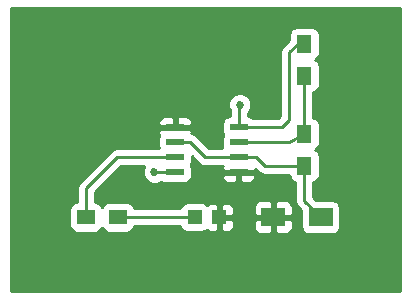
<source format=gtl>
G04 #@! TF.FileFunction,Copper,L1,Top,Signal*
%FSLAX46Y46*%
G04 Gerber Fmt 4.6, Leading zero omitted, Abs format (unit mm)*
G04 Created by KiCad (PCBNEW 4.0.2-stable) date 2016 May 29, Sunday 21:59:10*
%MOMM*%
G01*
G04 APERTURE LIST*
%ADD10C,0.100000*%
%ADD11R,2.000000X1.600000*%
%ADD12R,1.198880X1.198880*%
%ADD13R,1.300000X1.500000*%
%ADD14R,1.500000X1.300000*%
%ADD15R,1.550000X0.600000*%
%ADD16C,0.685800*%
%ADD17C,0.254000*%
G04 APERTURE END LIST*
D10*
D11*
X115030000Y-98425000D03*
X111030000Y-98425000D03*
D12*
X104360980Y-98425000D03*
X106459020Y-98425000D03*
D13*
X113665000Y-83740000D03*
X113665000Y-86440000D03*
X113665000Y-91360000D03*
X113665000Y-94060000D03*
D14*
X95170000Y-98425000D03*
X97870000Y-98425000D03*
D15*
X102710000Y-90805000D03*
X102710000Y-92075000D03*
X102710000Y-93345000D03*
X102710000Y-94615000D03*
X108110000Y-94615000D03*
X108110000Y-93345000D03*
X108110000Y-92075000D03*
X108110000Y-90805000D03*
D16*
X105410000Y-96520000D03*
X108204000Y-88900000D03*
X100965000Y-94615000D03*
D17*
X110316000Y-94060000D02*
X113665000Y-94060000D01*
X109601000Y-93345000D02*
X110316000Y-94060000D01*
X108110000Y-93345000D02*
X109601000Y-93345000D01*
X102710000Y-92075000D02*
X104013000Y-92075000D01*
X105283000Y-93345000D02*
X108110000Y-93345000D01*
X104013000Y-92075000D02*
X105283000Y-93345000D01*
X113665000Y-97060000D02*
X115030000Y-98425000D01*
X113665000Y-94060000D02*
X113665000Y-97060000D01*
X104360980Y-98425000D02*
X97870000Y-98425000D01*
X108110000Y-90805000D02*
X108110000Y-88994000D01*
X108110000Y-88994000D02*
X108204000Y-88900000D01*
X102710000Y-94615000D02*
X100965000Y-94615000D01*
X113110000Y-83740000D02*
X113665000Y-83740000D01*
X112395000Y-84455000D02*
X113110000Y-83740000D01*
X112395000Y-90170000D02*
X112395000Y-84455000D01*
X111760000Y-90805000D02*
X112395000Y-90170000D01*
X108110000Y-90805000D02*
X111760000Y-90805000D01*
X113665000Y-86440000D02*
X113665000Y-91360000D01*
X113665000Y-91360000D02*
X112395000Y-92075000D01*
X112395000Y-92075000D02*
X108110000Y-92075000D01*
X102710000Y-93345000D02*
X97790000Y-93345000D01*
X95170000Y-95965000D02*
X95170000Y-98425000D01*
X97790000Y-93345000D02*
X95170000Y-95965000D01*
G36*
X121718000Y-104700000D02*
X88848000Y-104700000D01*
X88848000Y-97775000D01*
X93772560Y-97775000D01*
X93772560Y-99075000D01*
X93816838Y-99310317D01*
X93955910Y-99526441D01*
X94168110Y-99671431D01*
X94420000Y-99722440D01*
X95920000Y-99722440D01*
X96155317Y-99678162D01*
X96371441Y-99539090D01*
X96516431Y-99326890D01*
X96519081Y-99313803D01*
X96655910Y-99526441D01*
X96868110Y-99671431D01*
X97120000Y-99722440D01*
X98620000Y-99722440D01*
X98855317Y-99678162D01*
X99071441Y-99539090D01*
X99216431Y-99326890D01*
X99244759Y-99187000D01*
X103144688Y-99187000D01*
X103158378Y-99259757D01*
X103297450Y-99475881D01*
X103509650Y-99620871D01*
X103761540Y-99671880D01*
X104960420Y-99671880D01*
X105195737Y-99627602D01*
X105411861Y-99488530D01*
X105417456Y-99480341D01*
X105499882Y-99562767D01*
X105733271Y-99659440D01*
X106173270Y-99659440D01*
X106332020Y-99500690D01*
X106332020Y-98552000D01*
X106586020Y-98552000D01*
X106586020Y-99500690D01*
X106744770Y-99659440D01*
X107184769Y-99659440D01*
X107418158Y-99562767D01*
X107596787Y-99384139D01*
X107693460Y-99150750D01*
X107693460Y-98710750D01*
X109395000Y-98710750D01*
X109395000Y-99351310D01*
X109491673Y-99584699D01*
X109670302Y-99763327D01*
X109903691Y-99860000D01*
X110744250Y-99860000D01*
X110903000Y-99701250D01*
X110903000Y-98552000D01*
X111157000Y-98552000D01*
X111157000Y-99701250D01*
X111315750Y-99860000D01*
X112156309Y-99860000D01*
X112389698Y-99763327D01*
X112568327Y-99584699D01*
X112665000Y-99351310D01*
X112665000Y-98710750D01*
X112506250Y-98552000D01*
X111157000Y-98552000D01*
X110903000Y-98552000D01*
X109553750Y-98552000D01*
X109395000Y-98710750D01*
X107693460Y-98710750D01*
X107534710Y-98552000D01*
X106586020Y-98552000D01*
X106332020Y-98552000D01*
X106312020Y-98552000D01*
X106312020Y-98298000D01*
X106332020Y-98298000D01*
X106332020Y-97349310D01*
X106586020Y-97349310D01*
X106586020Y-98298000D01*
X107534710Y-98298000D01*
X107693460Y-98139250D01*
X107693460Y-97699250D01*
X107610386Y-97498690D01*
X109395000Y-97498690D01*
X109395000Y-98139250D01*
X109553750Y-98298000D01*
X110903000Y-98298000D01*
X110903000Y-97148750D01*
X111157000Y-97148750D01*
X111157000Y-98298000D01*
X112506250Y-98298000D01*
X112665000Y-98139250D01*
X112665000Y-97498690D01*
X112568327Y-97265301D01*
X112389698Y-97086673D01*
X112156309Y-96990000D01*
X111315750Y-96990000D01*
X111157000Y-97148750D01*
X110903000Y-97148750D01*
X110744250Y-96990000D01*
X109903691Y-96990000D01*
X109670302Y-97086673D01*
X109491673Y-97265301D01*
X109395000Y-97498690D01*
X107610386Y-97498690D01*
X107596787Y-97465861D01*
X107418158Y-97287233D01*
X107184769Y-97190560D01*
X106744770Y-97190560D01*
X106586020Y-97349310D01*
X106332020Y-97349310D01*
X106173270Y-97190560D01*
X105733271Y-97190560D01*
X105499882Y-97287233D01*
X105417669Y-97369445D01*
X105212310Y-97229129D01*
X104960420Y-97178120D01*
X103761540Y-97178120D01*
X103526223Y-97222398D01*
X103310099Y-97361470D01*
X103165109Y-97573670D01*
X103147019Y-97663000D01*
X99246366Y-97663000D01*
X99223162Y-97539683D01*
X99084090Y-97323559D01*
X98871890Y-97178569D01*
X98620000Y-97127560D01*
X97120000Y-97127560D01*
X96884683Y-97171838D01*
X96668559Y-97310910D01*
X96523569Y-97523110D01*
X96520919Y-97536197D01*
X96384090Y-97323559D01*
X96171890Y-97178569D01*
X95932000Y-97129990D01*
X95932000Y-96280630D01*
X98105631Y-94107000D01*
X100117085Y-94107000D01*
X99987270Y-94419630D01*
X99986931Y-94808663D01*
X100135493Y-95168212D01*
X100410341Y-95443540D01*
X100769630Y-95592730D01*
X101158663Y-95593069D01*
X101518212Y-95444507D01*
X101545417Y-95417349D01*
X101683110Y-95511431D01*
X101935000Y-95562440D01*
X103485000Y-95562440D01*
X103720317Y-95518162D01*
X103936441Y-95379090D01*
X104081431Y-95166890D01*
X104132440Y-94915000D01*
X104132440Y-94900750D01*
X106700000Y-94900750D01*
X106700000Y-95041310D01*
X106796673Y-95274699D01*
X106975302Y-95453327D01*
X107208691Y-95550000D01*
X107824250Y-95550000D01*
X107983000Y-95391250D01*
X107983000Y-94742000D01*
X108237000Y-94742000D01*
X108237000Y-95391250D01*
X108395750Y-95550000D01*
X109011309Y-95550000D01*
X109244698Y-95453327D01*
X109423327Y-95274699D01*
X109520000Y-95041310D01*
X109520000Y-94900750D01*
X109361250Y-94742000D01*
X108237000Y-94742000D01*
X107983000Y-94742000D01*
X106858750Y-94742000D01*
X106700000Y-94900750D01*
X104132440Y-94900750D01*
X104132440Y-94315000D01*
X104088162Y-94079683D01*
X104024322Y-93980472D01*
X104081431Y-93896890D01*
X104132440Y-93645000D01*
X104132440Y-93272071D01*
X104744184Y-93883815D01*
X104991395Y-94048996D01*
X105283000Y-94107000D01*
X106733837Y-94107000D01*
X106700000Y-94188690D01*
X106700000Y-94329250D01*
X106858750Y-94488000D01*
X107983000Y-94488000D01*
X107983000Y-94468000D01*
X108237000Y-94468000D01*
X108237000Y-94488000D01*
X109361250Y-94488000D01*
X109513810Y-94335440D01*
X109777185Y-94598816D01*
X109925377Y-94697834D01*
X110024395Y-94763996D01*
X110316000Y-94822000D01*
X112369818Y-94822000D01*
X112411838Y-95045317D01*
X112550910Y-95261441D01*
X112763110Y-95406431D01*
X112903000Y-95434759D01*
X112903000Y-97060000D01*
X112961004Y-97351605D01*
X113086674Y-97539683D01*
X113126185Y-97598815D01*
X113382560Y-97855190D01*
X113382560Y-99225000D01*
X113426838Y-99460317D01*
X113565910Y-99676441D01*
X113778110Y-99821431D01*
X114030000Y-99872440D01*
X116030000Y-99872440D01*
X116265317Y-99828162D01*
X116481441Y-99689090D01*
X116626431Y-99476890D01*
X116677440Y-99225000D01*
X116677440Y-97625000D01*
X116633162Y-97389683D01*
X116494090Y-97173559D01*
X116281890Y-97028569D01*
X116030000Y-96977560D01*
X114660190Y-96977560D01*
X114427000Y-96744370D01*
X114427000Y-95436366D01*
X114550317Y-95413162D01*
X114766441Y-95274090D01*
X114911431Y-95061890D01*
X114962440Y-94810000D01*
X114962440Y-93310000D01*
X114918162Y-93074683D01*
X114779090Y-92858559D01*
X114566890Y-92713569D01*
X114553803Y-92710919D01*
X114766441Y-92574090D01*
X114911431Y-92361890D01*
X114962440Y-92110000D01*
X114962440Y-90610000D01*
X114918162Y-90374683D01*
X114779090Y-90158559D01*
X114566890Y-90013569D01*
X114427000Y-89985241D01*
X114427000Y-87816366D01*
X114550317Y-87793162D01*
X114766441Y-87654090D01*
X114911431Y-87441890D01*
X114962440Y-87190000D01*
X114962440Y-85690000D01*
X114918162Y-85454683D01*
X114779090Y-85238559D01*
X114566890Y-85093569D01*
X114553803Y-85090919D01*
X114766441Y-84954090D01*
X114911431Y-84741890D01*
X114962440Y-84490000D01*
X114962440Y-82990000D01*
X114918162Y-82754683D01*
X114779090Y-82538559D01*
X114566890Y-82393569D01*
X114315000Y-82342560D01*
X113015000Y-82342560D01*
X112779683Y-82386838D01*
X112563559Y-82525910D01*
X112418569Y-82738110D01*
X112367560Y-82990000D01*
X112367560Y-83404809D01*
X111856185Y-83916185D01*
X111691004Y-84163395D01*
X111633000Y-84455000D01*
X111633000Y-89854369D01*
X111444370Y-90043000D01*
X109333636Y-90043000D01*
X109136890Y-89908569D01*
X108885000Y-89857560D01*
X108872000Y-89857560D01*
X108872000Y-89614919D01*
X109032540Y-89454659D01*
X109181730Y-89095370D01*
X109182069Y-88706337D01*
X109033507Y-88346788D01*
X108758659Y-88071460D01*
X108399370Y-87922270D01*
X108010337Y-87921931D01*
X107650788Y-88070493D01*
X107375460Y-88345341D01*
X107226270Y-88704630D01*
X107225931Y-89093663D01*
X107348000Y-89389094D01*
X107348000Y-89857560D01*
X107335000Y-89857560D01*
X107099683Y-89901838D01*
X106883559Y-90040910D01*
X106738569Y-90253110D01*
X106687560Y-90505000D01*
X106687560Y-91105000D01*
X106731838Y-91340317D01*
X106795678Y-91439528D01*
X106738569Y-91523110D01*
X106687560Y-91775000D01*
X106687560Y-92375000D01*
X106726698Y-92583000D01*
X105598631Y-92583000D01*
X104551815Y-91536185D01*
X104444829Y-91464699D01*
X104304605Y-91371004D01*
X104080594Y-91326445D01*
X104120000Y-91231310D01*
X104120000Y-91090750D01*
X103961250Y-90932000D01*
X102837000Y-90932000D01*
X102837000Y-90952000D01*
X102583000Y-90952000D01*
X102583000Y-90932000D01*
X101458750Y-90932000D01*
X101300000Y-91090750D01*
X101300000Y-91231310D01*
X101389806Y-91448122D01*
X101338569Y-91523110D01*
X101287560Y-91775000D01*
X101287560Y-92375000D01*
X101326698Y-92583000D01*
X97790000Y-92583000D01*
X97498396Y-92641003D01*
X97251185Y-92806184D01*
X94631185Y-95426185D01*
X94466004Y-95673395D01*
X94408000Y-95965000D01*
X94408000Y-97129818D01*
X94184683Y-97171838D01*
X93968559Y-97310910D01*
X93823569Y-97523110D01*
X93772560Y-97775000D01*
X88848000Y-97775000D01*
X88848000Y-90378690D01*
X101300000Y-90378690D01*
X101300000Y-90519250D01*
X101458750Y-90678000D01*
X102583000Y-90678000D01*
X102583000Y-90028750D01*
X102837000Y-90028750D01*
X102837000Y-90678000D01*
X103961250Y-90678000D01*
X104120000Y-90519250D01*
X104120000Y-90378690D01*
X104023327Y-90145301D01*
X103844698Y-89966673D01*
X103611309Y-89870000D01*
X102995750Y-89870000D01*
X102837000Y-90028750D01*
X102583000Y-90028750D01*
X102424250Y-89870000D01*
X101808691Y-89870000D01*
X101575302Y-89966673D01*
X101396673Y-90145301D01*
X101300000Y-90378690D01*
X88848000Y-90378690D01*
X88848000Y-80720000D01*
X121718000Y-80720000D01*
X121718000Y-104700000D01*
X121718000Y-104700000D01*
G37*
X121718000Y-104700000D02*
X88848000Y-104700000D01*
X88848000Y-97775000D01*
X93772560Y-97775000D01*
X93772560Y-99075000D01*
X93816838Y-99310317D01*
X93955910Y-99526441D01*
X94168110Y-99671431D01*
X94420000Y-99722440D01*
X95920000Y-99722440D01*
X96155317Y-99678162D01*
X96371441Y-99539090D01*
X96516431Y-99326890D01*
X96519081Y-99313803D01*
X96655910Y-99526441D01*
X96868110Y-99671431D01*
X97120000Y-99722440D01*
X98620000Y-99722440D01*
X98855317Y-99678162D01*
X99071441Y-99539090D01*
X99216431Y-99326890D01*
X99244759Y-99187000D01*
X103144688Y-99187000D01*
X103158378Y-99259757D01*
X103297450Y-99475881D01*
X103509650Y-99620871D01*
X103761540Y-99671880D01*
X104960420Y-99671880D01*
X105195737Y-99627602D01*
X105411861Y-99488530D01*
X105417456Y-99480341D01*
X105499882Y-99562767D01*
X105733271Y-99659440D01*
X106173270Y-99659440D01*
X106332020Y-99500690D01*
X106332020Y-98552000D01*
X106586020Y-98552000D01*
X106586020Y-99500690D01*
X106744770Y-99659440D01*
X107184769Y-99659440D01*
X107418158Y-99562767D01*
X107596787Y-99384139D01*
X107693460Y-99150750D01*
X107693460Y-98710750D01*
X109395000Y-98710750D01*
X109395000Y-99351310D01*
X109491673Y-99584699D01*
X109670302Y-99763327D01*
X109903691Y-99860000D01*
X110744250Y-99860000D01*
X110903000Y-99701250D01*
X110903000Y-98552000D01*
X111157000Y-98552000D01*
X111157000Y-99701250D01*
X111315750Y-99860000D01*
X112156309Y-99860000D01*
X112389698Y-99763327D01*
X112568327Y-99584699D01*
X112665000Y-99351310D01*
X112665000Y-98710750D01*
X112506250Y-98552000D01*
X111157000Y-98552000D01*
X110903000Y-98552000D01*
X109553750Y-98552000D01*
X109395000Y-98710750D01*
X107693460Y-98710750D01*
X107534710Y-98552000D01*
X106586020Y-98552000D01*
X106332020Y-98552000D01*
X106312020Y-98552000D01*
X106312020Y-98298000D01*
X106332020Y-98298000D01*
X106332020Y-97349310D01*
X106586020Y-97349310D01*
X106586020Y-98298000D01*
X107534710Y-98298000D01*
X107693460Y-98139250D01*
X107693460Y-97699250D01*
X107610386Y-97498690D01*
X109395000Y-97498690D01*
X109395000Y-98139250D01*
X109553750Y-98298000D01*
X110903000Y-98298000D01*
X110903000Y-97148750D01*
X111157000Y-97148750D01*
X111157000Y-98298000D01*
X112506250Y-98298000D01*
X112665000Y-98139250D01*
X112665000Y-97498690D01*
X112568327Y-97265301D01*
X112389698Y-97086673D01*
X112156309Y-96990000D01*
X111315750Y-96990000D01*
X111157000Y-97148750D01*
X110903000Y-97148750D01*
X110744250Y-96990000D01*
X109903691Y-96990000D01*
X109670302Y-97086673D01*
X109491673Y-97265301D01*
X109395000Y-97498690D01*
X107610386Y-97498690D01*
X107596787Y-97465861D01*
X107418158Y-97287233D01*
X107184769Y-97190560D01*
X106744770Y-97190560D01*
X106586020Y-97349310D01*
X106332020Y-97349310D01*
X106173270Y-97190560D01*
X105733271Y-97190560D01*
X105499882Y-97287233D01*
X105417669Y-97369445D01*
X105212310Y-97229129D01*
X104960420Y-97178120D01*
X103761540Y-97178120D01*
X103526223Y-97222398D01*
X103310099Y-97361470D01*
X103165109Y-97573670D01*
X103147019Y-97663000D01*
X99246366Y-97663000D01*
X99223162Y-97539683D01*
X99084090Y-97323559D01*
X98871890Y-97178569D01*
X98620000Y-97127560D01*
X97120000Y-97127560D01*
X96884683Y-97171838D01*
X96668559Y-97310910D01*
X96523569Y-97523110D01*
X96520919Y-97536197D01*
X96384090Y-97323559D01*
X96171890Y-97178569D01*
X95932000Y-97129990D01*
X95932000Y-96280630D01*
X98105631Y-94107000D01*
X100117085Y-94107000D01*
X99987270Y-94419630D01*
X99986931Y-94808663D01*
X100135493Y-95168212D01*
X100410341Y-95443540D01*
X100769630Y-95592730D01*
X101158663Y-95593069D01*
X101518212Y-95444507D01*
X101545417Y-95417349D01*
X101683110Y-95511431D01*
X101935000Y-95562440D01*
X103485000Y-95562440D01*
X103720317Y-95518162D01*
X103936441Y-95379090D01*
X104081431Y-95166890D01*
X104132440Y-94915000D01*
X104132440Y-94900750D01*
X106700000Y-94900750D01*
X106700000Y-95041310D01*
X106796673Y-95274699D01*
X106975302Y-95453327D01*
X107208691Y-95550000D01*
X107824250Y-95550000D01*
X107983000Y-95391250D01*
X107983000Y-94742000D01*
X108237000Y-94742000D01*
X108237000Y-95391250D01*
X108395750Y-95550000D01*
X109011309Y-95550000D01*
X109244698Y-95453327D01*
X109423327Y-95274699D01*
X109520000Y-95041310D01*
X109520000Y-94900750D01*
X109361250Y-94742000D01*
X108237000Y-94742000D01*
X107983000Y-94742000D01*
X106858750Y-94742000D01*
X106700000Y-94900750D01*
X104132440Y-94900750D01*
X104132440Y-94315000D01*
X104088162Y-94079683D01*
X104024322Y-93980472D01*
X104081431Y-93896890D01*
X104132440Y-93645000D01*
X104132440Y-93272071D01*
X104744184Y-93883815D01*
X104991395Y-94048996D01*
X105283000Y-94107000D01*
X106733837Y-94107000D01*
X106700000Y-94188690D01*
X106700000Y-94329250D01*
X106858750Y-94488000D01*
X107983000Y-94488000D01*
X107983000Y-94468000D01*
X108237000Y-94468000D01*
X108237000Y-94488000D01*
X109361250Y-94488000D01*
X109513810Y-94335440D01*
X109777185Y-94598816D01*
X109925377Y-94697834D01*
X110024395Y-94763996D01*
X110316000Y-94822000D01*
X112369818Y-94822000D01*
X112411838Y-95045317D01*
X112550910Y-95261441D01*
X112763110Y-95406431D01*
X112903000Y-95434759D01*
X112903000Y-97060000D01*
X112961004Y-97351605D01*
X113086674Y-97539683D01*
X113126185Y-97598815D01*
X113382560Y-97855190D01*
X113382560Y-99225000D01*
X113426838Y-99460317D01*
X113565910Y-99676441D01*
X113778110Y-99821431D01*
X114030000Y-99872440D01*
X116030000Y-99872440D01*
X116265317Y-99828162D01*
X116481441Y-99689090D01*
X116626431Y-99476890D01*
X116677440Y-99225000D01*
X116677440Y-97625000D01*
X116633162Y-97389683D01*
X116494090Y-97173559D01*
X116281890Y-97028569D01*
X116030000Y-96977560D01*
X114660190Y-96977560D01*
X114427000Y-96744370D01*
X114427000Y-95436366D01*
X114550317Y-95413162D01*
X114766441Y-95274090D01*
X114911431Y-95061890D01*
X114962440Y-94810000D01*
X114962440Y-93310000D01*
X114918162Y-93074683D01*
X114779090Y-92858559D01*
X114566890Y-92713569D01*
X114553803Y-92710919D01*
X114766441Y-92574090D01*
X114911431Y-92361890D01*
X114962440Y-92110000D01*
X114962440Y-90610000D01*
X114918162Y-90374683D01*
X114779090Y-90158559D01*
X114566890Y-90013569D01*
X114427000Y-89985241D01*
X114427000Y-87816366D01*
X114550317Y-87793162D01*
X114766441Y-87654090D01*
X114911431Y-87441890D01*
X114962440Y-87190000D01*
X114962440Y-85690000D01*
X114918162Y-85454683D01*
X114779090Y-85238559D01*
X114566890Y-85093569D01*
X114553803Y-85090919D01*
X114766441Y-84954090D01*
X114911431Y-84741890D01*
X114962440Y-84490000D01*
X114962440Y-82990000D01*
X114918162Y-82754683D01*
X114779090Y-82538559D01*
X114566890Y-82393569D01*
X114315000Y-82342560D01*
X113015000Y-82342560D01*
X112779683Y-82386838D01*
X112563559Y-82525910D01*
X112418569Y-82738110D01*
X112367560Y-82990000D01*
X112367560Y-83404809D01*
X111856185Y-83916185D01*
X111691004Y-84163395D01*
X111633000Y-84455000D01*
X111633000Y-89854369D01*
X111444370Y-90043000D01*
X109333636Y-90043000D01*
X109136890Y-89908569D01*
X108885000Y-89857560D01*
X108872000Y-89857560D01*
X108872000Y-89614919D01*
X109032540Y-89454659D01*
X109181730Y-89095370D01*
X109182069Y-88706337D01*
X109033507Y-88346788D01*
X108758659Y-88071460D01*
X108399370Y-87922270D01*
X108010337Y-87921931D01*
X107650788Y-88070493D01*
X107375460Y-88345341D01*
X107226270Y-88704630D01*
X107225931Y-89093663D01*
X107348000Y-89389094D01*
X107348000Y-89857560D01*
X107335000Y-89857560D01*
X107099683Y-89901838D01*
X106883559Y-90040910D01*
X106738569Y-90253110D01*
X106687560Y-90505000D01*
X106687560Y-91105000D01*
X106731838Y-91340317D01*
X106795678Y-91439528D01*
X106738569Y-91523110D01*
X106687560Y-91775000D01*
X106687560Y-92375000D01*
X106726698Y-92583000D01*
X105598631Y-92583000D01*
X104551815Y-91536185D01*
X104444829Y-91464699D01*
X104304605Y-91371004D01*
X104080594Y-91326445D01*
X104120000Y-91231310D01*
X104120000Y-91090750D01*
X103961250Y-90932000D01*
X102837000Y-90932000D01*
X102837000Y-90952000D01*
X102583000Y-90952000D01*
X102583000Y-90932000D01*
X101458750Y-90932000D01*
X101300000Y-91090750D01*
X101300000Y-91231310D01*
X101389806Y-91448122D01*
X101338569Y-91523110D01*
X101287560Y-91775000D01*
X101287560Y-92375000D01*
X101326698Y-92583000D01*
X97790000Y-92583000D01*
X97498396Y-92641003D01*
X97251185Y-92806184D01*
X94631185Y-95426185D01*
X94466004Y-95673395D01*
X94408000Y-95965000D01*
X94408000Y-97129818D01*
X94184683Y-97171838D01*
X93968559Y-97310910D01*
X93823569Y-97523110D01*
X93772560Y-97775000D01*
X88848000Y-97775000D01*
X88848000Y-90378690D01*
X101300000Y-90378690D01*
X101300000Y-90519250D01*
X101458750Y-90678000D01*
X102583000Y-90678000D01*
X102583000Y-90028750D01*
X102837000Y-90028750D01*
X102837000Y-90678000D01*
X103961250Y-90678000D01*
X104120000Y-90519250D01*
X104120000Y-90378690D01*
X104023327Y-90145301D01*
X103844698Y-89966673D01*
X103611309Y-89870000D01*
X102995750Y-89870000D01*
X102837000Y-90028750D01*
X102583000Y-90028750D01*
X102424250Y-89870000D01*
X101808691Y-89870000D01*
X101575302Y-89966673D01*
X101396673Y-90145301D01*
X101300000Y-90378690D01*
X88848000Y-90378690D01*
X88848000Y-80720000D01*
X121718000Y-80720000D01*
X121718000Y-104700000D01*
M02*

</source>
